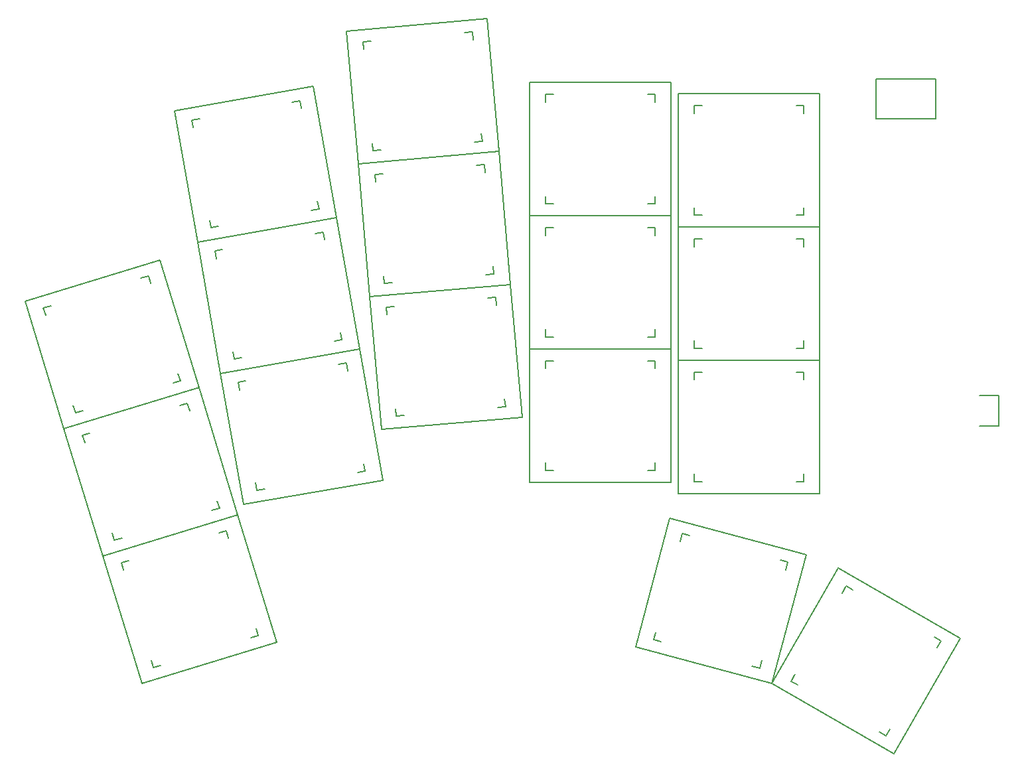
<source format=gbr>
%TF.GenerationSoftware,KiCad,Pcbnew,(6.0.4-0)*%
%TF.CreationDate,2022-04-27T15:29:04+02:00*%
%TF.ProjectId,duck-shorter-thumb,6475636b-2d73-4686-9f72-7465722d7468,v1.0.0*%
%TF.SameCoordinates,Original*%
%TF.FileFunction,OtherDrawing,Comment*%
%FSLAX46Y46*%
G04 Gerber Fmt 4.6, Leading zero omitted, Abs format (unit mm)*
G04 Created by KiCad (PCBNEW (6.0.4-0)) date 2022-04-27 15:29:04*
%MOMM*%
%LPD*%
G01*
G04 APERTURE LIST*
%ADD10C,0.150000*%
G04 APERTURE END LIST*
D10*
%TO.C,T1*%
X166261087Y71366483D02*
X163761087Y71366483D01*
X163761087Y75266483D02*
X166261087Y75266483D01*
X166261087Y75266483D02*
X166261087Y71366483D01*
%TO.C,S11*%
X63451567Y109438376D02*
X63277918Y110423184D01*
X77065227Y112854259D02*
X77238875Y111869451D01*
X79322653Y100051758D02*
X79496302Y99066950D01*
X78511494Y98893302D02*
X79496302Y99066950D01*
X65708993Y96635875D02*
X66693801Y96809524D01*
X81726389Y97937035D02*
X63999850Y94811368D01*
X64262726Y110596832D02*
X63277918Y110423184D01*
X77065227Y112854259D02*
X76080419Y112680610D01*
X78774370Y114678766D02*
X81726389Y97937035D01*
X61047831Y111553099D02*
X78774370Y114678766D01*
X63999850Y94811368D02*
X61047831Y111553099D01*
X65708993Y96635875D02*
X65535345Y97620683D01*
%TO.C,S34*%
X158873660Y43922391D02*
X158373660Y43056365D01*
X145767253Y53221429D02*
X161355711Y44221429D01*
X161355711Y44221429D02*
X152855711Y29498997D01*
X139749304Y38798035D02*
X140615330Y38298035D01*
X146249304Y50056365D02*
X146749304Y50922391D01*
X137267253Y38498997D02*
X145767253Y53221429D01*
X158873660Y43922391D02*
X158007634Y44422391D01*
X152855711Y29498997D02*
X137267253Y38498997D01*
X151007634Y32298035D02*
X151873660Y31798035D01*
X152373660Y32664061D02*
X151873660Y31798035D01*
X139749304Y38798035D02*
X140249304Y39664061D01*
X147615330Y50422391D02*
X146749304Y50922391D01*
%TO.C,S15*%
X103928219Y89430914D02*
X85996715Y87862110D01*
X84515067Y104797420D02*
X102446571Y106366224D01*
X100584916Y104697620D02*
X100672071Y103701425D01*
X100584916Y104697620D02*
X99588721Y104610464D01*
X85996715Y87862110D02*
X84515067Y104797420D01*
X100808901Y90663739D02*
X101805096Y90750894D01*
X102446571Y106366224D02*
X103928219Y89430914D01*
X101717940Y91747089D02*
X101805096Y90750894D01*
X87858370Y89530714D02*
X87771215Y90526909D01*
X87858370Y89530714D02*
X88854565Y89617870D01*
X86725346Y102481245D02*
X86638190Y103477440D01*
X87634385Y103564595D02*
X86638190Y103477440D01*
%TO.C,S21*%
X124411087Y81186017D02*
X106411087Y81186017D01*
X109411087Y96686017D02*
X108411087Y96686017D01*
X122411087Y83686017D02*
X122411087Y82686017D01*
X124411087Y98186017D02*
X124411087Y81186017D01*
X106411087Y81186017D02*
X106411087Y98186017D01*
X122411087Y96686017D02*
X122411087Y95686017D01*
X121411087Y82686017D02*
X122411087Y82686017D01*
X108411087Y95686017D02*
X108411087Y96686017D01*
X122411087Y96686017D02*
X121411087Y96686017D01*
X108411087Y82686017D02*
X108411087Y83686017D01*
X108411087Y82686017D02*
X109411087Y82686017D01*
X106411087Y98186017D02*
X124411087Y98186017D01*
%TO.C,S8*%
X70166764Y77113368D02*
X69181956Y76939720D01*
X87630427Y64453571D02*
X69903888Y61327904D01*
X82969265Y79370795D02*
X83142913Y78385987D01*
X69903888Y61327904D02*
X66951869Y78069635D01*
X84415532Y65409838D02*
X85400340Y65583486D01*
X85226691Y66568294D02*
X85400340Y65583486D01*
X84678408Y81195302D02*
X87630427Y64453571D01*
X66951869Y78069635D02*
X84678408Y81195302D01*
X69355605Y75954912D02*
X69181956Y76939720D01*
X82969265Y79370795D02*
X81984457Y79197146D01*
X71613031Y63152411D02*
X72597839Y63326060D01*
X71613031Y63152411D02*
X71439383Y64137219D01*
%TO.C,S14*%
X89340018Y72595404D02*
X89252863Y73591599D01*
X105409867Y72495604D02*
X87478363Y70926800D01*
X103928219Y89430914D02*
X105409867Y72495604D01*
X85996715Y87862110D02*
X103928219Y89430914D01*
X89116033Y86629285D02*
X88119838Y86542130D01*
X102066564Y87762310D02*
X101070369Y87675154D01*
X87478363Y70926800D02*
X85996715Y87862110D01*
X88206994Y85545935D02*
X88119838Y86542130D01*
X89340018Y72595404D02*
X90336213Y72682560D01*
X102066564Y87762310D02*
X102153719Y86766115D01*
X102290549Y73728429D02*
X103286744Y73815584D01*
X103199588Y74811779D02*
X103286744Y73815584D01*
%TO.C,S20*%
X108411087Y78686017D02*
X108411087Y79686017D01*
X122411087Y66686017D02*
X122411087Y65686017D01*
X106411087Y64186017D02*
X106411087Y81186017D01*
X106411087Y81186017D02*
X124411087Y81186017D01*
X109411087Y79686017D02*
X108411087Y79686017D01*
X122411087Y79686017D02*
X122411087Y78686017D01*
X122411087Y79686017D02*
X121411087Y79686017D01*
X121411087Y65686017D02*
X122411087Y65686017D01*
X124411087Y81186017D02*
X124411087Y64186017D01*
X124411087Y64186017D02*
X106411087Y64186017D01*
X108411087Y65686017D02*
X108411087Y66686017D01*
X108411087Y65686017D02*
X109411087Y65686017D01*
%TO.C,S28*%
X141377759Y95246289D02*
X140377759Y95246289D01*
X140377759Y81246289D02*
X141377759Y81246289D01*
X128377759Y95246289D02*
X127377759Y95246289D01*
X127377759Y94246289D02*
X127377759Y95246289D01*
X143377759Y79746289D02*
X125377759Y79746289D01*
X143377759Y96746289D02*
X143377759Y79746289D01*
X141377759Y95246289D02*
X141377759Y94246289D01*
X141377759Y82246289D02*
X141377759Y81246289D01*
X125377759Y96746289D02*
X143377759Y96746289D01*
X125377759Y79746289D02*
X125377759Y96746289D01*
X127377759Y81246289D02*
X128377759Y81246289D01*
X127377759Y81246289D02*
X127377759Y82246289D01*
%TO.C,S26*%
X141377759Y78246289D02*
X141377759Y77246289D01*
X125377759Y79746289D02*
X143377759Y79746289D01*
X125377759Y62746289D02*
X125377759Y79746289D01*
X140377759Y64246289D02*
X141377759Y64246289D01*
X128377759Y78246289D02*
X127377759Y78246289D01*
X127377759Y77246289D02*
X127377759Y78246289D01*
X141377759Y65246289D02*
X141377759Y64246289D01*
X143377759Y62746289D02*
X125377759Y62746289D01*
X143377759Y79746289D02*
X143377759Y62746289D01*
X127377759Y64246289D02*
X127377759Y65246289D01*
X141377759Y78246289D02*
X140377759Y78246289D01*
X127377759Y64246289D02*
X128377759Y64246289D01*
%TO.C,S29*%
X143377759Y96746289D02*
X125377759Y96746289D01*
X125377759Y113746289D02*
X143377759Y113746289D01*
X140377759Y98246289D02*
X141377759Y98246289D01*
X127377759Y98246289D02*
X128377759Y98246289D01*
X127377759Y111246289D02*
X127377759Y112246289D01*
X141377759Y112246289D02*
X140377759Y112246289D01*
X125377759Y96746289D02*
X125377759Y113746289D01*
X141377759Y112246289D02*
X141377759Y111246289D01*
X141377759Y99246289D02*
X141377759Y98246289D01*
X127377759Y98246289D02*
X127377759Y99246289D01*
X143377759Y113746289D02*
X143377759Y96746289D01*
X128377759Y112246289D02*
X127377759Y112246289D01*
%TO.C,S33*%
X151007634Y32298035D02*
X151873660Y31798035D01*
X158873660Y43922391D02*
X158373660Y43056365D01*
X139749304Y38798035D02*
X140249304Y39664061D01*
X146249304Y50056365D02*
X146749304Y50922391D01*
X137267253Y38498997D02*
X145767253Y53221429D01*
X152373660Y32664061D02*
X151873660Y31798035D01*
X158873660Y43922391D02*
X158007634Y44422391D01*
X145767253Y53221429D02*
X161355711Y44221429D01*
X161355711Y44221429D02*
X152855711Y29498997D01*
X147615330Y50422391D02*
X146749304Y50922391D01*
X139749304Y38798035D02*
X140615330Y38298035D01*
X152855711Y29498997D02*
X137267253Y38498997D01*
%TO.C,S7*%
X84415532Y65409838D02*
X85400340Y65583486D01*
X71613031Y63152411D02*
X72597839Y63326060D01*
X66951869Y78069635D02*
X84678408Y81195302D01*
X70166764Y77113368D02*
X69181956Y76939720D01*
X69903888Y61327904D02*
X66951869Y78069635D01*
X82969265Y79370795D02*
X83142913Y78385987D01*
X87630427Y64453571D02*
X69903888Y61327904D01*
X82969265Y79370795D02*
X81984457Y79197146D01*
X85226691Y66568294D02*
X85400340Y65583486D01*
X84678408Y81195302D02*
X87630427Y64453571D01*
X71613031Y63152411D02*
X71439383Y64137219D01*
X69355605Y75954912D02*
X69181956Y76939720D01*
%TO.C,S2*%
X58382150Y40516446D02*
X59338454Y40808817D01*
X58382150Y40516446D02*
X58089778Y41472751D01*
X56908098Y38497245D02*
X51937779Y54754426D01*
X55245251Y54197084D02*
X54288946Y53904712D01*
X51937779Y54754426D02*
X69151264Y60017117D01*
X54581317Y52948408D02*
X54288946Y53904712D01*
X71478045Y45565954D02*
X71770416Y44609650D01*
X67677212Y57997916D02*
X67969584Y57041611D01*
X69151264Y60017117D02*
X74121583Y43759936D01*
X70814111Y44317278D02*
X71770416Y44609650D01*
X67677212Y57997916D02*
X66720908Y57705545D01*
X74121583Y43759936D02*
X56908098Y38497245D01*
%TO.C,T2*%
X166261087Y71366483D02*
X163761087Y71366483D01*
X166261087Y75266483D02*
X166261087Y71366483D01*
X163761087Y75266483D02*
X166261087Y75266483D01*
%TO.C,S1*%
X69151264Y60017117D02*
X74121583Y43759936D01*
X51937779Y54754426D02*
X69151264Y60017117D01*
X54581317Y52948408D02*
X54288946Y53904712D01*
X56908098Y38497245D02*
X51937779Y54754426D01*
X58382150Y40516446D02*
X59338454Y40808817D01*
X58382150Y40516446D02*
X58089778Y41472751D01*
X67677212Y57997916D02*
X66720908Y57705545D01*
X74121583Y43759936D02*
X56908098Y38497245D01*
X67677212Y57997916D02*
X67969584Y57041611D01*
X71478045Y45565954D02*
X71770416Y44609650D01*
X70814111Y44317278D02*
X71770416Y44609650D01*
X55245251Y54197084D02*
X54288946Y53904712D01*
%TO.C,S5*%
X61537407Y78080316D02*
X61829778Y77124012D01*
X60873473Y76831640D02*
X61829778Y77124012D01*
X45304613Y86711446D02*
X44348308Y86419074D01*
X41997141Y87268788D02*
X59210626Y92531479D01*
X44640679Y85462770D02*
X44348308Y86419074D01*
X48441512Y73030808D02*
X49397816Y73323179D01*
X57736574Y90512278D02*
X58028946Y89555973D01*
X59210626Y92531479D02*
X64180945Y76274298D01*
X64180945Y76274298D02*
X46967460Y71011607D01*
X46967460Y71011607D02*
X41997141Y87268788D01*
X48441512Y73030808D02*
X48149140Y73987113D01*
X57736574Y90512278D02*
X56780270Y90219907D01*
%TO.C,S27*%
X125377759Y79746289D02*
X125377759Y96746289D01*
X125377759Y96746289D02*
X143377759Y96746289D01*
X143377759Y96746289D02*
X143377759Y79746289D01*
X127377759Y94246289D02*
X127377759Y95246289D01*
X141377759Y82246289D02*
X141377759Y81246289D01*
X141377759Y95246289D02*
X140377759Y95246289D01*
X128377759Y95246289D02*
X127377759Y95246289D01*
X127377759Y81246289D02*
X128377759Y81246289D01*
X127377759Y81246289D02*
X127377759Y82246289D01*
X143377759Y79746289D02*
X125377759Y79746289D01*
X140377759Y81246289D02*
X141377759Y81246289D01*
X141377759Y95246289D02*
X141377759Y94246289D01*
%TO.C,S9*%
X80017246Y96112527D02*
X80190894Y95127719D01*
X81726389Y97937034D02*
X84678408Y81195303D01*
X63999850Y94811367D02*
X81726389Y97937034D01*
X82274672Y83310026D02*
X82448321Y82325218D01*
X68661012Y79894143D02*
X69645820Y80067792D01*
X80017246Y96112527D02*
X79032438Y95938878D01*
X81463513Y82151570D02*
X82448321Y82325218D01*
X66951869Y78069636D02*
X63999850Y94811367D01*
X68661012Y79894143D02*
X68487364Y80878951D01*
X66403586Y92696644D02*
X66229937Y93681452D01*
X84678408Y81195303D02*
X66951869Y78069636D01*
X67214745Y93855100D02*
X66229937Y93681452D01*
%TO.C,S16*%
X87634385Y103564595D02*
X86638190Y103477440D01*
X100808901Y90663739D02*
X101805096Y90750894D01*
X100584916Y104697620D02*
X99588721Y104610464D01*
X100584916Y104697620D02*
X100672071Y103701425D01*
X87858370Y89530714D02*
X87771215Y90526909D01*
X86725346Y102481245D02*
X86638190Y103477440D01*
X85996715Y87862110D02*
X84515067Y104797420D01*
X102446571Y106366224D02*
X103928219Y89430914D01*
X103928219Y89430914D02*
X85996715Y87862110D01*
X101717940Y91747089D02*
X101805096Y90750894D01*
X87858370Y89530714D02*
X88854565Y89617870D01*
X84515067Y104797420D02*
X102446571Y106366224D01*
%TO.C,S30*%
X140377759Y98246289D02*
X141377759Y98246289D01*
X141377759Y99246289D02*
X141377759Y98246289D01*
X125377759Y96746289D02*
X125377759Y113746289D01*
X127377759Y98246289D02*
X128377759Y98246289D01*
X127377759Y111246289D02*
X127377759Y112246289D01*
X125377759Y113746289D02*
X143377759Y113746289D01*
X127377759Y98246289D02*
X127377759Y99246289D01*
X141377759Y112246289D02*
X141377759Y111246289D01*
X143377759Y96746289D02*
X125377759Y96746289D01*
X143377759Y113746289D02*
X143377759Y96746289D01*
X128377759Y112246289D02*
X127377759Y112246289D01*
X141377759Y112246289D02*
X140377759Y112246289D01*
%TO.C,S13*%
X89116033Y86629285D02*
X88119838Y86542130D01*
X102066564Y87762310D02*
X102153719Y86766115D01*
X103199588Y74811779D02*
X103286744Y73815584D01*
X87478363Y70926800D02*
X85996715Y87862110D01*
X103928219Y89430914D02*
X105409867Y72495604D01*
X89340018Y72595404D02*
X89252863Y73591599D01*
X105409867Y72495604D02*
X87478363Y70926800D01*
X89340018Y72595404D02*
X90336213Y72682560D01*
X88206994Y85545935D02*
X88119838Y86542130D01*
X102066564Y87762310D02*
X101070369Y87675154D01*
X102290549Y73728429D02*
X103286744Y73815584D01*
X85996715Y87862110D02*
X103928219Y89430914D01*
%TO.C,S24*%
X124411087Y115186017D02*
X124411087Y98186017D01*
X122411087Y113686017D02*
X122411087Y112686017D01*
X106411087Y98186017D02*
X106411087Y115186017D01*
X108411087Y112686017D02*
X108411087Y113686017D01*
X121411087Y99686017D02*
X122411087Y99686017D01*
X108411087Y99686017D02*
X109411087Y99686017D01*
X109411087Y113686017D02*
X108411087Y113686017D01*
X122411087Y113686017D02*
X121411087Y113686017D01*
X108411087Y99686017D02*
X108411087Y100686017D01*
X106411087Y115186017D02*
X124411087Y115186017D01*
X122411087Y100686017D02*
X122411087Y99686017D01*
X124411087Y98186017D02*
X106411087Y98186017D01*
%TO.C,S17*%
X100236293Y108682399D02*
X100323449Y107686204D01*
X84515068Y104797420D02*
X83033420Y121732730D01*
X99327254Y107599049D02*
X100323449Y107686204D01*
X86152738Y120499905D02*
X85156543Y120412750D01*
X102446572Y106366224D02*
X84515068Y104797420D01*
X86376723Y106466024D02*
X87372918Y106553180D01*
X86376723Y106466024D02*
X86289568Y107462219D01*
X100964924Y123301534D02*
X102446572Y106366224D01*
X85243699Y119416555D02*
X85156543Y120412750D01*
X99103269Y121632930D02*
X98107074Y121545774D01*
X83033420Y121732730D02*
X100964924Y123301534D01*
X99103269Y121632930D02*
X99190424Y120636735D01*
%TO.C,S4*%
X64180945Y76274298D02*
X69151264Y60017117D01*
X50274932Y70454265D02*
X49318627Y70161893D01*
X53411831Y56773627D02*
X54368135Y57065998D01*
X65843792Y60574459D02*
X66800097Y60866831D01*
X46967460Y71011607D02*
X64180945Y76274298D01*
X51937779Y54754426D02*
X46967460Y71011607D01*
X49610998Y69205589D02*
X49318627Y70161893D01*
X53411831Y56773627D02*
X53119459Y57729932D01*
X66507726Y61823135D02*
X66800097Y60866831D01*
X62706893Y74255097D02*
X62999265Y73298792D01*
X69151264Y60017117D02*
X51937779Y54754426D01*
X62706893Y74255097D02*
X61750589Y73962726D01*
%TO.C,S10*%
X84678408Y81195303D02*
X66951869Y78069636D01*
X63999850Y94811367D02*
X81726389Y97937034D01*
X82274672Y83310026D02*
X82448321Y82325218D01*
X66403586Y92696644D02*
X66229937Y93681452D01*
X67214745Y93855100D02*
X66229937Y93681452D01*
X80017246Y96112527D02*
X80190894Y95127719D01*
X81463513Y82151570D02*
X82448321Y82325218D01*
X80017246Y96112527D02*
X79032438Y95938878D01*
X81726389Y97937034D02*
X84678408Y81195303D01*
X68661012Y79894143D02*
X69645820Y80067792D01*
X68661012Y79894143D02*
X68487364Y80878951D01*
X66951869Y78069636D02*
X63999850Y94811367D01*
%TO.C,S22*%
X108411087Y82686017D02*
X109411087Y82686017D01*
X124411087Y81186017D02*
X106411087Y81186017D01*
X122411087Y96686017D02*
X121411087Y96686017D01*
X122411087Y96686017D02*
X122411087Y95686017D01*
X122411087Y83686017D02*
X122411087Y82686017D01*
X106411087Y81186017D02*
X106411087Y98186017D01*
X109411087Y96686017D02*
X108411087Y96686017D01*
X108411087Y82686017D02*
X108411087Y83686017D01*
X121411087Y82686017D02*
X122411087Y82686017D01*
X108411087Y95686017D02*
X108411087Y96686017D01*
X106411087Y98186017D02*
X124411087Y98186017D01*
X124411087Y98186017D02*
X124411087Y81186017D01*
%TO.C,S31*%
X122200669Y44088991D02*
X123166595Y43830171D01*
X134757705Y40724343D02*
X135723630Y40465524D01*
X125565316Y56646026D02*
X125824136Y57611952D01*
X139347097Y53988485D02*
X139088278Y53022560D01*
X119880589Y43157740D02*
X124280512Y59578479D01*
X137267254Y38498997D02*
X119880589Y43157740D01*
X139347097Y53988485D02*
X138381171Y54247305D01*
X135982450Y41431450D02*
X135723630Y40465524D01*
X126790061Y57353133D02*
X125824136Y57611952D01*
X141667177Y54919736D02*
X137267254Y38498997D01*
X122200669Y44088991D02*
X122459488Y45054916D01*
X124280512Y59578479D02*
X141667177Y54919736D01*
%TO.C,MCU1*%
X150601087Y110540483D02*
X150601087Y115620483D01*
X150601087Y115620483D02*
X158221087Y115620483D01*
X158221087Y115620483D02*
X158221087Y110540483D01*
X158221087Y110540483D02*
X150601087Y110540483D01*
%TO.C,S3*%
X50274932Y70454265D02*
X49318627Y70161893D01*
X62706893Y74255097D02*
X61750589Y73962726D01*
X51937779Y54754426D02*
X46967460Y71011607D01*
X53411831Y56773627D02*
X54368135Y57065998D01*
X62706893Y74255097D02*
X62999265Y73298792D01*
X46967460Y71011607D02*
X64180945Y76274298D01*
X49610998Y69205589D02*
X49318627Y70161893D01*
X65843792Y60574459D02*
X66800097Y60866831D01*
X64180945Y76274298D02*
X69151264Y60017117D01*
X53411831Y56773627D02*
X53119459Y57729932D01*
X66507726Y61823135D02*
X66800097Y60866831D01*
X69151264Y60017117D02*
X51937779Y54754426D01*
%TO.C,S32*%
X125565316Y56646026D02*
X125824136Y57611952D01*
X139347097Y53988485D02*
X138381171Y54247305D01*
X122200669Y44088991D02*
X122459488Y45054916D01*
X137267254Y38498997D02*
X119880589Y43157740D01*
X135982450Y41431450D02*
X135723630Y40465524D01*
X134757705Y40724343D02*
X135723630Y40465524D01*
X122200669Y44088991D02*
X123166595Y43830171D01*
X119880589Y43157740D02*
X124280512Y59578479D01*
X139347097Y53988485D02*
X139088278Y53022560D01*
X126790061Y57353133D02*
X125824136Y57611952D01*
X141667177Y54919736D02*
X137267254Y38498997D01*
X124280512Y59578479D02*
X141667177Y54919736D01*
%TO.C,S12*%
X63999850Y94811368D02*
X61047831Y111553099D01*
X61047831Y111553099D02*
X78774370Y114678766D01*
X63451567Y109438376D02*
X63277918Y110423184D01*
X78511494Y98893302D02*
X79496302Y99066950D01*
X77065227Y112854259D02*
X77238875Y111869451D01*
X65708993Y96635875D02*
X66693801Y96809524D01*
X79322653Y100051758D02*
X79496302Y99066950D01*
X77065227Y112854259D02*
X76080419Y112680610D01*
X78774370Y114678766D02*
X81726389Y97937035D01*
X64262726Y110596832D02*
X63277918Y110423184D01*
X65708993Y96635875D02*
X65535345Y97620683D01*
X81726389Y97937035D02*
X63999850Y94811368D01*
%TO.C,S23*%
X121411087Y99686017D02*
X122411087Y99686017D01*
X108411087Y99686017D02*
X108411087Y100686017D01*
X106411087Y115186017D02*
X124411087Y115186017D01*
X122411087Y100686017D02*
X122411087Y99686017D01*
X106411087Y98186017D02*
X106411087Y115186017D01*
X109411087Y113686017D02*
X108411087Y113686017D01*
X122411087Y113686017D02*
X122411087Y112686017D01*
X108411087Y99686017D02*
X109411087Y99686017D01*
X122411087Y113686017D02*
X121411087Y113686017D01*
X124411087Y115186017D02*
X124411087Y98186017D01*
X124411087Y98186017D02*
X106411087Y98186017D01*
X108411087Y112686017D02*
X108411087Y113686017D01*
%TO.C,S25*%
X125377759Y62746289D02*
X125377759Y79746289D01*
X127377759Y64246289D02*
X127377759Y65246289D01*
X125377759Y79746289D02*
X143377759Y79746289D01*
X143377759Y62746289D02*
X125377759Y62746289D01*
X141377759Y65246289D02*
X141377759Y64246289D01*
X141377759Y78246289D02*
X141377759Y77246289D01*
X127377759Y64246289D02*
X128377759Y64246289D01*
X141377759Y78246289D02*
X140377759Y78246289D01*
X140377759Y64246289D02*
X141377759Y64246289D01*
X143377759Y79746289D02*
X143377759Y62746289D01*
X128377759Y78246289D02*
X127377759Y78246289D01*
X127377759Y77246289D02*
X127377759Y78246289D01*
%TO.C,S6*%
X45304613Y86711446D02*
X44348308Y86419074D01*
X44640679Y85462770D02*
X44348308Y86419074D01*
X57736574Y90512278D02*
X58028946Y89555973D01*
X64180945Y76274298D02*
X46967460Y71011607D01*
X48441512Y73030808D02*
X48149140Y73987113D01*
X41997141Y87268788D02*
X59210626Y92531479D01*
X60873473Y76831640D02*
X61829778Y77124012D01*
X46967460Y71011607D02*
X41997141Y87268788D01*
X59210626Y92531479D02*
X64180945Y76274298D01*
X57736574Y90512278D02*
X56780270Y90219907D01*
X61537407Y78080316D02*
X61829778Y77124012D01*
X48441512Y73030808D02*
X49397816Y73323179D01*
%TO.C,S19*%
X108411087Y65686017D02*
X109411087Y65686017D01*
X121411087Y65686017D02*
X122411087Y65686017D01*
X108411087Y78686017D02*
X108411087Y79686017D01*
X122411087Y79686017D02*
X122411087Y78686017D01*
X124411087Y64186017D02*
X106411087Y64186017D01*
X106411087Y81186017D02*
X124411087Y81186017D01*
X108411087Y65686017D02*
X108411087Y66686017D01*
X124411087Y81186017D02*
X124411087Y64186017D01*
X122411087Y79686017D02*
X121411087Y79686017D01*
X109411087Y79686017D02*
X108411087Y79686017D01*
X122411087Y66686017D02*
X122411087Y65686017D01*
X106411087Y64186017D02*
X106411087Y81186017D01*
%TO.C,S18*%
X86376723Y106466024D02*
X87372918Y106553180D01*
X85243699Y119416555D02*
X85156543Y120412750D01*
X100964924Y123301534D02*
X102446572Y106366224D01*
X86152738Y120499905D02*
X85156543Y120412750D01*
X84515068Y104797420D02*
X83033420Y121732730D01*
X102446572Y106366224D02*
X84515068Y104797420D01*
X99327254Y107599049D02*
X100323449Y107686204D01*
X86376723Y106466024D02*
X86289568Y107462219D01*
X100236293Y108682399D02*
X100323449Y107686204D01*
X99103269Y121632930D02*
X98107074Y121545774D01*
X83033420Y121732730D02*
X100964924Y123301534D01*
X99103269Y121632930D02*
X99190424Y120636735D01*
%TD*%
M02*

</source>
